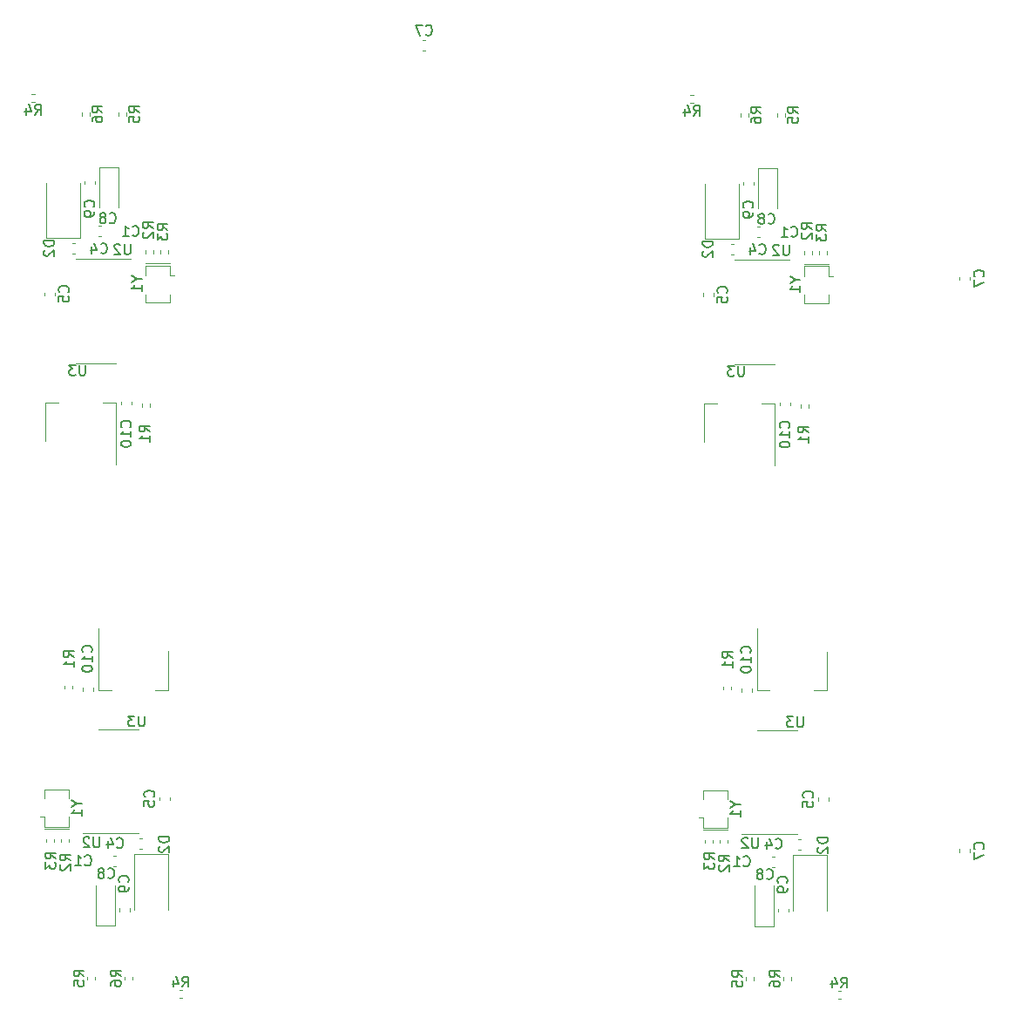
<source format=gbr>
%TF.GenerationSoftware,KiCad,Pcbnew,(6.0.1)*%
%TF.CreationDate,2022-04-04T10:53:51-04:00*%
%TF.ProjectId,arduino_usb_c,61726475-696e-46f5-9f75-73625f632e6b,rev?*%
%TF.SameCoordinates,Original*%
%TF.FileFunction,Legend,Bot*%
%TF.FilePolarity,Positive*%
%FSLAX46Y46*%
G04 Gerber Fmt 4.6, Leading zero omitted, Abs format (unit mm)*
G04 Created by KiCad (PCBNEW (6.0.1)) date 2022-04-04 10:53:51*
%MOMM*%
%LPD*%
G01*
G04 APERTURE LIST*
%ADD10C,0.150000*%
%ADD11C,0.120000*%
G04 APERTURE END LIST*
D10*
%TO.C,C5*%
X107001092Y-82735333D02*
X107048711Y-82687714D01*
X107096330Y-82544857D01*
X107096330Y-82449619D01*
X107048711Y-82306761D01*
X106953473Y-82211523D01*
X106858235Y-82163904D01*
X106667759Y-82116285D01*
X106524902Y-82116285D01*
X106334426Y-82163904D01*
X106239188Y-82211523D01*
X106143950Y-82306761D01*
X106096330Y-82449619D01*
X106096330Y-82544857D01*
X106143950Y-82687714D01*
X106191569Y-82735333D01*
X106096330Y-83640095D02*
X106096330Y-83163904D01*
X106572521Y-83116285D01*
X106524902Y-83163904D01*
X106477283Y-83259142D01*
X106477283Y-83497238D01*
X106524902Y-83592476D01*
X106572521Y-83640095D01*
X106667759Y-83687714D01*
X106905854Y-83687714D01*
X107001092Y-83640095D01*
X107048711Y-83592476D01*
X107096330Y-83497238D01*
X107096330Y-83259142D01*
X107048711Y-83163904D01*
X107001092Y-83116285D01*
%TO.C,D2*%
X116835180Y-135634504D02*
X115835180Y-135634504D01*
X115835180Y-135872600D01*
X115882800Y-136015457D01*
X115978038Y-136110695D01*
X116073276Y-136158314D01*
X116263752Y-136205933D01*
X116406609Y-136205933D01*
X116597085Y-136158314D01*
X116692323Y-136110695D01*
X116787561Y-136015457D01*
X116835180Y-135872600D01*
X116835180Y-135634504D01*
X115930419Y-136586885D02*
X115882800Y-136634504D01*
X115835180Y-136729742D01*
X115835180Y-136967838D01*
X115882800Y-137063076D01*
X115930419Y-137110695D01*
X116025657Y-137158314D01*
X116120895Y-137158314D01*
X116263752Y-137110695D01*
X116835180Y-136539266D01*
X116835180Y-137158314D01*
%TO.C,C4*%
X111748866Y-136653542D02*
X111796485Y-136701161D01*
X111939342Y-136748780D01*
X112034580Y-136748780D01*
X112177438Y-136701161D01*
X112272676Y-136605923D01*
X112320295Y-136510685D01*
X112367914Y-136320209D01*
X112367914Y-136177352D01*
X112320295Y-135986876D01*
X112272676Y-135891638D01*
X112177438Y-135796400D01*
X112034580Y-135748780D01*
X111939342Y-135748780D01*
X111796485Y-135796400D01*
X111748866Y-135844019D01*
X110891723Y-136082114D02*
X110891723Y-136748780D01*
X111129819Y-135701161D02*
X111367914Y-136415447D01*
X110748866Y-136415447D01*
%TO.C,C1*%
X172653316Y-138429069D02*
X172700935Y-138476688D01*
X172843792Y-138524307D01*
X172939030Y-138524307D01*
X173081888Y-138476688D01*
X173177126Y-138381450D01*
X173224745Y-138286212D01*
X173272364Y-138095736D01*
X173272364Y-137952879D01*
X173224745Y-137762403D01*
X173177126Y-137667165D01*
X173081888Y-137571927D01*
X172939030Y-137524307D01*
X172843792Y-137524307D01*
X172700935Y-137571927D01*
X172653316Y-137619546D01*
X171700935Y-138524307D02*
X172272364Y-138524307D01*
X171986650Y-138524307D02*
X171986650Y-137524307D01*
X172081888Y-137667165D01*
X172177126Y-137762403D01*
X172272364Y-137810022D01*
%TO.C,R2*%
X179270780Y-76611460D02*
X178794590Y-76278127D01*
X179270780Y-76040031D02*
X178270780Y-76040031D01*
X178270780Y-76420984D01*
X178318400Y-76516222D01*
X178366019Y-76563841D01*
X178461257Y-76611460D01*
X178604114Y-76611460D01*
X178699352Y-76563841D01*
X178746971Y-76516222D01*
X178794590Y-76420984D01*
X178794590Y-76040031D01*
X178366019Y-76992412D02*
X178318400Y-77040031D01*
X178270780Y-77135269D01*
X178270780Y-77373365D01*
X178318400Y-77468603D01*
X178366019Y-77516222D01*
X178461257Y-77563841D01*
X178556495Y-77563841D01*
X178699352Y-77516222D01*
X179270780Y-76944793D01*
X179270780Y-77563841D01*
%TO.C,R4*%
X182125616Y-150308307D02*
X182458950Y-149832117D01*
X182697045Y-150308307D02*
X182697045Y-149308307D01*
X182316092Y-149308307D01*
X182220854Y-149355927D01*
X182173235Y-149403546D01*
X182125616Y-149498784D01*
X182125616Y-149641641D01*
X182173235Y-149736879D01*
X182220854Y-149784498D01*
X182316092Y-149832117D01*
X182697045Y-149832117D01*
X181268473Y-149641641D02*
X181268473Y-150308307D01*
X181506569Y-149260688D02*
X181744664Y-149974974D01*
X181125616Y-149974974D01*
%TO.C,U3*%
X172696904Y-89895707D02*
X172696904Y-90705231D01*
X172649285Y-90800469D01*
X172601666Y-90848088D01*
X172506428Y-90895707D01*
X172315952Y-90895707D01*
X172220714Y-90848088D01*
X172173095Y-90800469D01*
X172125476Y-90705231D01*
X172125476Y-89895707D01*
X171744523Y-89895707D02*
X171125476Y-89895707D01*
X171458809Y-90276660D01*
X171315952Y-90276660D01*
X171220714Y-90324279D01*
X171173095Y-90371898D01*
X171125476Y-90467136D01*
X171125476Y-90705231D01*
X171173095Y-90800469D01*
X171220714Y-90848088D01*
X171315952Y-90895707D01*
X171601666Y-90895707D01*
X171696904Y-90848088D01*
X171744523Y-90800469D01*
%TO.C,R2*%
X171237230Y-138032260D02*
X170761040Y-137698927D01*
X171237230Y-137460831D02*
X170237230Y-137460831D01*
X170237230Y-137841784D01*
X170284850Y-137937022D01*
X170332469Y-137984641D01*
X170427707Y-138032260D01*
X170570564Y-138032260D01*
X170665802Y-137984641D01*
X170713421Y-137937022D01*
X170761040Y-137841784D01*
X170761040Y-137460831D01*
X170332469Y-138413212D02*
X170284850Y-138460831D01*
X170237230Y-138556069D01*
X170237230Y-138794165D01*
X170284850Y-138889403D01*
X170332469Y-138937022D01*
X170427707Y-138984641D01*
X170522945Y-138984641D01*
X170665802Y-138937022D01*
X171237230Y-138365593D01*
X171237230Y-138984641D01*
%TO.C,C8*%
X174888516Y-139673669D02*
X174936135Y-139721288D01*
X175078992Y-139768907D01*
X175174230Y-139768907D01*
X175317088Y-139721288D01*
X175412326Y-139626050D01*
X175459945Y-139530812D01*
X175507564Y-139340336D01*
X175507564Y-139197479D01*
X175459945Y-139007003D01*
X175412326Y-138911765D01*
X175317088Y-138816527D01*
X175174230Y-138768907D01*
X175078992Y-138768907D01*
X174936135Y-138816527D01*
X174888516Y-138864146D01*
X174317088Y-139197479D02*
X174412326Y-139149860D01*
X174459945Y-139102241D01*
X174507564Y-139007003D01*
X174507564Y-138959384D01*
X174459945Y-138864146D01*
X174412326Y-138816527D01*
X174317088Y-138768907D01*
X174126611Y-138768907D01*
X174031373Y-138816527D01*
X173983754Y-138864146D01*
X173936135Y-138959384D01*
X173936135Y-139007003D01*
X173983754Y-139102241D01*
X174031373Y-139149860D01*
X174126611Y-139197479D01*
X174317088Y-139197479D01*
X174412326Y-139245098D01*
X174459945Y-139292717D01*
X174507564Y-139387955D01*
X174507564Y-139578431D01*
X174459945Y-139673669D01*
X174412326Y-139721288D01*
X174317088Y-139768907D01*
X174126611Y-139768907D01*
X174031373Y-139721288D01*
X173983754Y-139673669D01*
X173936135Y-139578431D01*
X173936135Y-139387955D01*
X173983754Y-139292717D01*
X174031373Y-139245098D01*
X174126611Y-139197479D01*
%TO.C,R6*%
X110341530Y-65285533D02*
X109865340Y-64952200D01*
X110341530Y-64714104D02*
X109341530Y-64714104D01*
X109341530Y-65095057D01*
X109389150Y-65190295D01*
X109436769Y-65237914D01*
X109532007Y-65285533D01*
X109674864Y-65285533D01*
X109770102Y-65237914D01*
X109817721Y-65190295D01*
X109865340Y-65095057D01*
X109865340Y-64714104D01*
X109341530Y-66142676D02*
X109341530Y-65952200D01*
X109389150Y-65856961D01*
X109436769Y-65809342D01*
X109579626Y-65714104D01*
X109770102Y-65666485D01*
X110151054Y-65666485D01*
X110246292Y-65714104D01*
X110293911Y-65761723D01*
X110341530Y-65856961D01*
X110341530Y-66047438D01*
X110293911Y-66142676D01*
X110246292Y-66190295D01*
X110151054Y-66237914D01*
X109912959Y-66237914D01*
X109817721Y-66190295D01*
X109770102Y-66142676D01*
X109722483Y-66047438D01*
X109722483Y-65856961D01*
X109770102Y-65761723D01*
X109817721Y-65714104D01*
X109912959Y-65666485D01*
%TO.C,R3*%
X169814830Y-137854460D02*
X169338640Y-137521127D01*
X169814830Y-137283031D02*
X168814830Y-137283031D01*
X168814830Y-137663984D01*
X168862450Y-137759222D01*
X168910069Y-137806841D01*
X169005307Y-137854460D01*
X169148164Y-137854460D01*
X169243402Y-137806841D01*
X169291021Y-137759222D01*
X169338640Y-137663984D01*
X169338640Y-137283031D01*
X168814830Y-138187793D02*
X168814830Y-138806841D01*
X169195783Y-138473507D01*
X169195783Y-138616365D01*
X169243402Y-138711603D01*
X169291021Y-138759222D01*
X169386259Y-138806841D01*
X169624354Y-138806841D01*
X169719592Y-138759222D01*
X169767211Y-138711603D01*
X169814830Y-138616365D01*
X169814830Y-138330650D01*
X169767211Y-138235412D01*
X169719592Y-138187793D01*
%TO.C,Y1*%
X171868841Y-132491936D02*
X172345031Y-132491936D01*
X171345031Y-132158603D02*
X171868841Y-132491936D01*
X171345031Y-132825269D01*
X172345031Y-133682412D02*
X172345031Y-133110984D01*
X172345031Y-133396698D02*
X171345031Y-133396698D01*
X171487889Y-133301460D01*
X171583127Y-133206222D01*
X171630746Y-133110984D01*
%TO.C,R6*%
X112159980Y-149210733D02*
X111683790Y-148877400D01*
X112159980Y-148639304D02*
X111159980Y-148639304D01*
X111159980Y-149020257D01*
X111207600Y-149115495D01*
X111255219Y-149163114D01*
X111350457Y-149210733D01*
X111493314Y-149210733D01*
X111588552Y-149163114D01*
X111636171Y-149115495D01*
X111683790Y-149020257D01*
X111683790Y-148639304D01*
X111159980Y-150067876D02*
X111159980Y-149877400D01*
X111207600Y-149782161D01*
X111255219Y-149734542D01*
X111398076Y-149639304D01*
X111588552Y-149591685D01*
X111969504Y-149591685D01*
X112064742Y-149639304D01*
X112112361Y-149686923D01*
X112159980Y-149782161D01*
X112159980Y-149972638D01*
X112112361Y-150067876D01*
X112064742Y-150115495D01*
X111969504Y-150163114D01*
X111731409Y-150163114D01*
X111636171Y-150115495D01*
X111588552Y-150067876D01*
X111540933Y-149972638D01*
X111540933Y-149782161D01*
X111588552Y-149686923D01*
X111636171Y-149639304D01*
X111731409Y-149591685D01*
%TO.C,C10*%
X177041942Y-95921869D02*
X177089561Y-95874250D01*
X177137180Y-95731393D01*
X177137180Y-95636155D01*
X177089561Y-95493298D01*
X176994323Y-95398060D01*
X176899085Y-95350441D01*
X176708609Y-95302822D01*
X176565752Y-95302822D01*
X176375276Y-95350441D01*
X176280038Y-95398060D01*
X176184800Y-95493298D01*
X176137180Y-95636155D01*
X176137180Y-95731393D01*
X176184800Y-95874250D01*
X176232419Y-95921869D01*
X177137180Y-96874250D02*
X177137180Y-96302822D01*
X177137180Y-96588536D02*
X176137180Y-96588536D01*
X176280038Y-96493298D01*
X176375276Y-96398060D01*
X176422895Y-96302822D01*
X176137180Y-97493298D02*
X176137180Y-97588536D01*
X176184800Y-97683774D01*
X176232419Y-97731393D01*
X176327657Y-97779012D01*
X176518133Y-97826631D01*
X176756228Y-97826631D01*
X176946704Y-97779012D01*
X177041942Y-97731393D01*
X177089561Y-97683774D01*
X177137180Y-97588536D01*
X177137180Y-97493298D01*
X177089561Y-97398060D01*
X177041942Y-97350441D01*
X176946704Y-97302822D01*
X176756228Y-97255203D01*
X176518133Y-97255203D01*
X176327657Y-97302822D01*
X176232419Y-97350441D01*
X176184800Y-97398060D01*
X176137180Y-97493298D01*
%TO.C,C9*%
X109482692Y-74454933D02*
X109530311Y-74407314D01*
X109577930Y-74264457D01*
X109577930Y-74169219D01*
X109530311Y-74026361D01*
X109435073Y-73931123D01*
X109339835Y-73883504D01*
X109149359Y-73835885D01*
X109006502Y-73835885D01*
X108816026Y-73883504D01*
X108720788Y-73931123D01*
X108625550Y-74026361D01*
X108577930Y-74169219D01*
X108577930Y-74264457D01*
X108625550Y-74407314D01*
X108673169Y-74454933D01*
X109577930Y-74931123D02*
X109577930Y-75121600D01*
X109530311Y-75216838D01*
X109482692Y-75264457D01*
X109339835Y-75359695D01*
X109149359Y-75407314D01*
X108768407Y-75407314D01*
X108673169Y-75359695D01*
X108625550Y-75312076D01*
X108577930Y-75216838D01*
X108577930Y-75026361D01*
X108625550Y-74931123D01*
X108673169Y-74883504D01*
X108768407Y-74835885D01*
X109006502Y-74835885D01*
X109101740Y-74883504D01*
X109149359Y-74931123D01*
X109196978Y-75026361D01*
X109196978Y-75216838D01*
X109149359Y-75312076D01*
X109101740Y-75359695D01*
X109006502Y-75407314D01*
%TO.C,R5*%
X113948330Y-65285533D02*
X113472140Y-64952200D01*
X113948330Y-64714104D02*
X112948330Y-64714104D01*
X112948330Y-65095057D01*
X112995950Y-65190295D01*
X113043569Y-65237914D01*
X113138807Y-65285533D01*
X113281664Y-65285533D01*
X113376902Y-65237914D01*
X113424521Y-65190295D01*
X113472140Y-65095057D01*
X113472140Y-64714104D01*
X112948330Y-66190295D02*
X112948330Y-65714104D01*
X113424521Y-65666485D01*
X113376902Y-65714104D01*
X113329283Y-65809342D01*
X113329283Y-66047438D01*
X113376902Y-66142676D01*
X113424521Y-66190295D01*
X113519759Y-66237914D01*
X113757854Y-66237914D01*
X113853092Y-66190295D01*
X113900711Y-66142676D01*
X113948330Y-66047438D01*
X113948330Y-65809342D01*
X113900711Y-65714104D01*
X113853092Y-65666485D01*
%TO.C,C4*%
X110181216Y-78890342D02*
X110228835Y-78937961D01*
X110371692Y-78985580D01*
X110466930Y-78985580D01*
X110609788Y-78937961D01*
X110705026Y-78842723D01*
X110752645Y-78747485D01*
X110800264Y-78557009D01*
X110800264Y-78414152D01*
X110752645Y-78223676D01*
X110705026Y-78128438D01*
X110609788Y-78033200D01*
X110466930Y-77985580D01*
X110371692Y-77985580D01*
X110228835Y-78033200D01*
X110181216Y-78080819D01*
X109324073Y-78318914D02*
X109324073Y-78985580D01*
X109562169Y-77937961D02*
X109800264Y-78652247D01*
X109181216Y-78652247D01*
%TO.C,R2*%
X107233980Y-137958533D02*
X106757790Y-137625200D01*
X107233980Y-137387104D02*
X106233980Y-137387104D01*
X106233980Y-137768057D01*
X106281600Y-137863295D01*
X106329219Y-137910914D01*
X106424457Y-137958533D01*
X106567314Y-137958533D01*
X106662552Y-137910914D01*
X106710171Y-137863295D01*
X106757790Y-137768057D01*
X106757790Y-137387104D01*
X106329219Y-138339485D02*
X106281600Y-138387104D01*
X106233980Y-138482342D01*
X106233980Y-138720438D01*
X106281600Y-138815676D01*
X106329219Y-138863295D01*
X106424457Y-138910914D01*
X106519695Y-138910914D01*
X106662552Y-138863295D01*
X107233980Y-138291866D01*
X107233980Y-138910914D01*
%TO.C,D2*%
X105666330Y-77718904D02*
X104666330Y-77718904D01*
X104666330Y-77957000D01*
X104713950Y-78099857D01*
X104809188Y-78195095D01*
X104904426Y-78242714D01*
X105094902Y-78290333D01*
X105237759Y-78290333D01*
X105428235Y-78242714D01*
X105523473Y-78195095D01*
X105618711Y-78099857D01*
X105666330Y-77957000D01*
X105666330Y-77718904D01*
X104761569Y-78671285D02*
X104713950Y-78718904D01*
X104666330Y-78814142D01*
X104666330Y-79052238D01*
X104713950Y-79147476D01*
X104761569Y-79195095D01*
X104856807Y-79242714D01*
X104952045Y-79242714D01*
X105094902Y-79195095D01*
X105666330Y-78623666D01*
X105666330Y-79242714D01*
%TO.C,R4*%
X167810966Y-65573507D02*
X168144300Y-65097317D01*
X168382395Y-65573507D02*
X168382395Y-64573507D01*
X168001442Y-64573507D01*
X167906204Y-64621127D01*
X167858585Y-64668746D01*
X167810966Y-64763984D01*
X167810966Y-64906841D01*
X167858585Y-65002079D01*
X167906204Y-65049698D01*
X168001442Y-65097317D01*
X168382395Y-65097317D01*
X166953823Y-64906841D02*
X166953823Y-65573507D01*
X167191919Y-64525888D02*
X167430014Y-65240174D01*
X166810966Y-65240174D01*
%TO.C,R3*%
X116689930Y-76715533D02*
X116213740Y-76382200D01*
X116689930Y-76144104D02*
X115689930Y-76144104D01*
X115689930Y-76525057D01*
X115737550Y-76620295D01*
X115785169Y-76667914D01*
X115880407Y-76715533D01*
X116023264Y-76715533D01*
X116118502Y-76667914D01*
X116166121Y-76620295D01*
X116213740Y-76525057D01*
X116213740Y-76144104D01*
X115689930Y-77048866D02*
X115689930Y-77667914D01*
X116070883Y-77334580D01*
X116070883Y-77477438D01*
X116118502Y-77572676D01*
X116166121Y-77620295D01*
X116261359Y-77667914D01*
X116499454Y-77667914D01*
X116594692Y-77620295D01*
X116642311Y-77572676D01*
X116689930Y-77477438D01*
X116689930Y-77191723D01*
X116642311Y-77096485D01*
X116594692Y-77048866D01*
%TO.C,R6*%
X174344780Y-65359260D02*
X173868590Y-65025927D01*
X174344780Y-64787831D02*
X173344780Y-64787831D01*
X173344780Y-65168784D01*
X173392400Y-65264022D01*
X173440019Y-65311641D01*
X173535257Y-65359260D01*
X173678114Y-65359260D01*
X173773352Y-65311641D01*
X173820971Y-65264022D01*
X173868590Y-65168784D01*
X173868590Y-64787831D01*
X173344780Y-66216403D02*
X173344780Y-66025927D01*
X173392400Y-65930688D01*
X173440019Y-65883069D01*
X173582876Y-65787831D01*
X173773352Y-65740212D01*
X174154304Y-65740212D01*
X174249542Y-65787831D01*
X174297161Y-65835450D01*
X174344780Y-65930688D01*
X174344780Y-66121165D01*
X174297161Y-66216403D01*
X174249542Y-66264022D01*
X174154304Y-66311641D01*
X173916209Y-66311641D01*
X173820971Y-66264022D01*
X173773352Y-66216403D01*
X173725733Y-66121165D01*
X173725733Y-65930688D01*
X173773352Y-65835450D01*
X173820971Y-65787831D01*
X173916209Y-65740212D01*
%TO.C,C9*%
X112828342Y-140041333D02*
X112875961Y-139993714D01*
X112923580Y-139850857D01*
X112923580Y-139755619D01*
X112875961Y-139612761D01*
X112780723Y-139517523D01*
X112685485Y-139469904D01*
X112495009Y-139422285D01*
X112352152Y-139422285D01*
X112161676Y-139469904D01*
X112066438Y-139517523D01*
X111971200Y-139612761D01*
X111923580Y-139755619D01*
X111923580Y-139850857D01*
X111971200Y-139993714D01*
X112018819Y-140041333D01*
X112923580Y-140517523D02*
X112923580Y-140708000D01*
X112875961Y-140803238D01*
X112828342Y-140850857D01*
X112685485Y-140946095D01*
X112495009Y-140993714D01*
X112114057Y-140993714D01*
X112018819Y-140946095D01*
X111971200Y-140898476D01*
X111923580Y-140803238D01*
X111923580Y-140612761D01*
X111971200Y-140517523D01*
X112018819Y-140469904D01*
X112114057Y-140422285D01*
X112352152Y-140422285D01*
X112447390Y-140469904D01*
X112495009Y-140517523D01*
X112542628Y-140612761D01*
X112542628Y-140803238D01*
X112495009Y-140898476D01*
X112447390Y-140946095D01*
X112352152Y-140993714D01*
%TO.C,R3*%
X180693180Y-76789260D02*
X180216990Y-76455927D01*
X180693180Y-76217831D02*
X179693180Y-76217831D01*
X179693180Y-76598784D01*
X179740800Y-76694022D01*
X179788419Y-76741641D01*
X179883657Y-76789260D01*
X180026514Y-76789260D01*
X180121752Y-76741641D01*
X180169371Y-76694022D01*
X180216990Y-76598784D01*
X180216990Y-76217831D01*
X179693180Y-77122593D02*
X179693180Y-77741641D01*
X180074133Y-77408307D01*
X180074133Y-77551165D01*
X180121752Y-77646403D01*
X180169371Y-77694022D01*
X180264609Y-77741641D01*
X180502704Y-77741641D01*
X180597942Y-77694022D01*
X180645561Y-77646403D01*
X180693180Y-77551165D01*
X180693180Y-77265450D01*
X180645561Y-77170212D01*
X180597942Y-77122593D01*
%TO.C,C8*%
X110885266Y-139599942D02*
X110932885Y-139647561D01*
X111075742Y-139695180D01*
X111170980Y-139695180D01*
X111313838Y-139647561D01*
X111409076Y-139552323D01*
X111456695Y-139457085D01*
X111504314Y-139266609D01*
X111504314Y-139123752D01*
X111456695Y-138933276D01*
X111409076Y-138838038D01*
X111313838Y-138742800D01*
X111170980Y-138695180D01*
X111075742Y-138695180D01*
X110932885Y-138742800D01*
X110885266Y-138790419D01*
X110313838Y-139123752D02*
X110409076Y-139076133D01*
X110456695Y-139028514D01*
X110504314Y-138933276D01*
X110504314Y-138885657D01*
X110456695Y-138790419D01*
X110409076Y-138742800D01*
X110313838Y-138695180D01*
X110123361Y-138695180D01*
X110028123Y-138742800D01*
X109980504Y-138790419D01*
X109932885Y-138885657D01*
X109932885Y-138933276D01*
X109980504Y-139028514D01*
X110028123Y-139076133D01*
X110123361Y-139123752D01*
X110313838Y-139123752D01*
X110409076Y-139171371D01*
X110456695Y-139218990D01*
X110504314Y-139314228D01*
X110504314Y-139504704D01*
X110456695Y-139599942D01*
X110409076Y-139647561D01*
X110313838Y-139695180D01*
X110123361Y-139695180D01*
X110028123Y-139647561D01*
X109980504Y-139599942D01*
X109932885Y-139504704D01*
X109932885Y-139314228D01*
X109980504Y-139218990D01*
X110028123Y-139171371D01*
X110123361Y-139123752D01*
%TO.C,U2*%
X113062454Y-78061780D02*
X113062454Y-78871304D01*
X113014835Y-78966542D01*
X112967216Y-79014161D01*
X112871978Y-79061780D01*
X112681502Y-79061780D01*
X112586264Y-79014161D01*
X112538645Y-78966542D01*
X112491026Y-78871304D01*
X112491026Y-78061780D01*
X112062454Y-78157019D02*
X112014835Y-78109400D01*
X111919597Y-78061780D01*
X111681502Y-78061780D01*
X111586264Y-78109400D01*
X111538645Y-78157019D01*
X111491026Y-78252257D01*
X111491026Y-78347495D01*
X111538645Y-78490352D01*
X112110073Y-79061780D01*
X111491026Y-79061780D01*
%TO.C,C8*%
X111044816Y-75943942D02*
X111092435Y-75991561D01*
X111235292Y-76039180D01*
X111330530Y-76039180D01*
X111473388Y-75991561D01*
X111568626Y-75896323D01*
X111616245Y-75801085D01*
X111663864Y-75610609D01*
X111663864Y-75467752D01*
X111616245Y-75277276D01*
X111568626Y-75182038D01*
X111473388Y-75086800D01*
X111330530Y-75039180D01*
X111235292Y-75039180D01*
X111092435Y-75086800D01*
X111044816Y-75134419D01*
X110473388Y-75467752D02*
X110568626Y-75420133D01*
X110616245Y-75372514D01*
X110663864Y-75277276D01*
X110663864Y-75229657D01*
X110616245Y-75134419D01*
X110568626Y-75086800D01*
X110473388Y-75039180D01*
X110282911Y-75039180D01*
X110187673Y-75086800D01*
X110140054Y-75134419D01*
X110092435Y-75229657D01*
X110092435Y-75277276D01*
X110140054Y-75372514D01*
X110187673Y-75420133D01*
X110282911Y-75467752D01*
X110473388Y-75467752D01*
X110568626Y-75515371D01*
X110616245Y-75562990D01*
X110663864Y-75658228D01*
X110663864Y-75848704D01*
X110616245Y-75943942D01*
X110568626Y-75991561D01*
X110473388Y-76039180D01*
X110282911Y-76039180D01*
X110187673Y-75991561D01*
X110140054Y-75943942D01*
X110092435Y-75848704D01*
X110092435Y-75658228D01*
X110140054Y-75562990D01*
X110187673Y-75515371D01*
X110282911Y-75467752D01*
%TO.C,C10*%
X173275592Y-117769469D02*
X173323211Y-117721850D01*
X173370830Y-117578993D01*
X173370830Y-117483755D01*
X173323211Y-117340898D01*
X173227973Y-117245660D01*
X173132735Y-117198041D01*
X172942259Y-117150422D01*
X172799402Y-117150422D01*
X172608926Y-117198041D01*
X172513688Y-117245660D01*
X172418450Y-117340898D01*
X172370830Y-117483755D01*
X172370830Y-117578993D01*
X172418450Y-117721850D01*
X172466069Y-117769469D01*
X173370830Y-118721850D02*
X173370830Y-118150422D01*
X173370830Y-118436136D02*
X172370830Y-118436136D01*
X172513688Y-118340898D01*
X172608926Y-118245660D01*
X172656545Y-118150422D01*
X172370830Y-119340898D02*
X172370830Y-119436136D01*
X172418450Y-119531374D01*
X172466069Y-119578993D01*
X172561307Y-119626612D01*
X172751783Y-119674231D01*
X172989878Y-119674231D01*
X173180354Y-119626612D01*
X173275592Y-119578993D01*
X173323211Y-119531374D01*
X173370830Y-119436136D01*
X173370830Y-119340898D01*
X173323211Y-119245660D01*
X173275592Y-119198041D01*
X173180354Y-119150422D01*
X172989878Y-119102803D01*
X172751783Y-119102803D01*
X172561307Y-119150422D01*
X172466069Y-119198041D01*
X172418450Y-119245660D01*
X172370830Y-119340898D01*
%TO.C,R5*%
X177951580Y-65359260D02*
X177475390Y-65025927D01*
X177951580Y-64787831D02*
X176951580Y-64787831D01*
X176951580Y-65168784D01*
X176999200Y-65264022D01*
X177046819Y-65311641D01*
X177142057Y-65359260D01*
X177284914Y-65359260D01*
X177380152Y-65311641D01*
X177427771Y-65264022D01*
X177475390Y-65168784D01*
X177475390Y-64787831D01*
X176951580Y-66264022D02*
X176951580Y-65787831D01*
X177427771Y-65740212D01*
X177380152Y-65787831D01*
X177332533Y-65883069D01*
X177332533Y-66121165D01*
X177380152Y-66216403D01*
X177427771Y-66264022D01*
X177523009Y-66311641D01*
X177761104Y-66311641D01*
X177856342Y-66264022D01*
X177903961Y-66216403D01*
X177951580Y-66121165D01*
X177951580Y-65883069D01*
X177903961Y-65787831D01*
X177856342Y-65740212D01*
%TO.C,Y1*%
X113683539Y-81459009D02*
X114159729Y-81459009D01*
X113159729Y-81125676D02*
X113683539Y-81459009D01*
X113159729Y-81792342D01*
X114159729Y-82649485D02*
X114159729Y-82078057D01*
X114159729Y-82363771D02*
X113159729Y-82363771D01*
X113302587Y-82268533D01*
X113397825Y-82173295D01*
X113445444Y-82078057D01*
%TO.C,C8*%
X175048066Y-76017669D02*
X175095685Y-76065288D01*
X175238542Y-76112907D01*
X175333780Y-76112907D01*
X175476638Y-76065288D01*
X175571876Y-75970050D01*
X175619495Y-75874812D01*
X175667114Y-75684336D01*
X175667114Y-75541479D01*
X175619495Y-75351003D01*
X175571876Y-75255765D01*
X175476638Y-75160527D01*
X175333780Y-75112907D01*
X175238542Y-75112907D01*
X175095685Y-75160527D01*
X175048066Y-75208146D01*
X174476638Y-75541479D02*
X174571876Y-75493860D01*
X174619495Y-75446241D01*
X174667114Y-75351003D01*
X174667114Y-75303384D01*
X174619495Y-75208146D01*
X174571876Y-75160527D01*
X174476638Y-75112907D01*
X174286161Y-75112907D01*
X174190923Y-75160527D01*
X174143304Y-75208146D01*
X174095685Y-75303384D01*
X174095685Y-75351003D01*
X174143304Y-75446241D01*
X174190923Y-75493860D01*
X174286161Y-75541479D01*
X174476638Y-75541479D01*
X174571876Y-75589098D01*
X174619495Y-75636717D01*
X174667114Y-75731955D01*
X174667114Y-75922431D01*
X174619495Y-76017669D01*
X174571876Y-76065288D01*
X174476638Y-76112907D01*
X174286161Y-76112907D01*
X174190923Y-76065288D01*
X174143304Y-76017669D01*
X174095685Y-75922431D01*
X174095685Y-75731955D01*
X174143304Y-75636717D01*
X174190923Y-75589098D01*
X174286161Y-75541479D01*
%TO.C,D2*%
X169669580Y-77792631D02*
X168669580Y-77792631D01*
X168669580Y-78030727D01*
X168717200Y-78173584D01*
X168812438Y-78268822D01*
X168907676Y-78316441D01*
X169098152Y-78364060D01*
X169241009Y-78364060D01*
X169431485Y-78316441D01*
X169526723Y-78268822D01*
X169621961Y-78173584D01*
X169669580Y-78030727D01*
X169669580Y-77792631D01*
X168764819Y-78745012D02*
X168717200Y-78792631D01*
X168669580Y-78887869D01*
X168669580Y-79125965D01*
X168717200Y-79221203D01*
X168764819Y-79268822D01*
X168860057Y-79316441D01*
X168955295Y-79316441D01*
X169098152Y-79268822D01*
X169669580Y-78697393D01*
X169669580Y-79316441D01*
%TO.C,C5*%
X179313192Y-131834660D02*
X179360811Y-131787041D01*
X179408430Y-131644184D01*
X179408430Y-131548946D01*
X179360811Y-131406088D01*
X179265573Y-131310850D01*
X179170335Y-131263231D01*
X178979859Y-131215612D01*
X178837002Y-131215612D01*
X178646526Y-131263231D01*
X178551288Y-131310850D01*
X178456050Y-131406088D01*
X178408430Y-131548946D01*
X178408430Y-131644184D01*
X178456050Y-131787041D01*
X178503669Y-131834660D01*
X178408430Y-132739422D02*
X178408430Y-132263231D01*
X178884621Y-132215612D01*
X178837002Y-132263231D01*
X178789383Y-132358469D01*
X178789383Y-132596565D01*
X178837002Y-132691803D01*
X178884621Y-132739422D01*
X178979859Y-132787041D01*
X179217954Y-132787041D01*
X179313192Y-132739422D01*
X179360811Y-132691803D01*
X179408430Y-132596565D01*
X179408430Y-132358469D01*
X179360811Y-132263231D01*
X179313192Y-132215612D01*
%TO.C,R1*%
X107564180Y-118197333D02*
X107087990Y-117864000D01*
X107564180Y-117625904D02*
X106564180Y-117625904D01*
X106564180Y-118006857D01*
X106611800Y-118102095D01*
X106659419Y-118149714D01*
X106754657Y-118197333D01*
X106897514Y-118197333D01*
X106992752Y-118149714D01*
X107040371Y-118102095D01*
X107087990Y-118006857D01*
X107087990Y-117625904D01*
X107564180Y-119149714D02*
X107564180Y-118578285D01*
X107564180Y-118864000D02*
X106564180Y-118864000D01*
X106707038Y-118768761D01*
X106802276Y-118673523D01*
X106849895Y-118578285D01*
%TO.C,C5*%
X171004342Y-82809060D02*
X171051961Y-82761441D01*
X171099580Y-82618584D01*
X171099580Y-82523346D01*
X171051961Y-82380488D01*
X170956723Y-82285250D01*
X170861485Y-82237631D01*
X170671009Y-82190012D01*
X170528152Y-82190012D01*
X170337676Y-82237631D01*
X170242438Y-82285250D01*
X170147200Y-82380488D01*
X170099580Y-82523346D01*
X170099580Y-82618584D01*
X170147200Y-82761441D01*
X170194819Y-82809060D01*
X170099580Y-83713822D02*
X170099580Y-83237631D01*
X170575771Y-83190012D01*
X170528152Y-83237631D01*
X170480533Y-83332869D01*
X170480533Y-83570965D01*
X170528152Y-83666203D01*
X170575771Y-83713822D01*
X170671009Y-83761441D01*
X170909104Y-83761441D01*
X171004342Y-83713822D01*
X171051961Y-83666203D01*
X171099580Y-83570965D01*
X171099580Y-83332869D01*
X171051961Y-83237631D01*
X171004342Y-83190012D01*
%TO.C,R1*%
X171567430Y-118271060D02*
X171091240Y-117937727D01*
X171567430Y-117699631D02*
X170567430Y-117699631D01*
X170567430Y-118080584D01*
X170615050Y-118175822D01*
X170662669Y-118223441D01*
X170757907Y-118271060D01*
X170900764Y-118271060D01*
X170996002Y-118223441D01*
X171043621Y-118175822D01*
X171091240Y-118080584D01*
X171091240Y-117699631D01*
X171567430Y-119223441D02*
X171567430Y-118652012D01*
X171567430Y-118937727D02*
X170567430Y-118937727D01*
X170710288Y-118842488D01*
X170805526Y-118747250D01*
X170853145Y-118652012D01*
%TO.C,Y1*%
X107865591Y-132418209D02*
X108341781Y-132418209D01*
X107341781Y-132084876D02*
X107865591Y-132418209D01*
X107341781Y-132751542D01*
X108341781Y-133608685D02*
X108341781Y-133037257D01*
X108341781Y-133322971D02*
X107341781Y-133322971D01*
X107484639Y-133227733D01*
X107579877Y-133132495D01*
X107627496Y-133037257D01*
%TO.C,C4*%
X174184466Y-78964069D02*
X174232085Y-79011688D01*
X174374942Y-79059307D01*
X174470180Y-79059307D01*
X174613038Y-79011688D01*
X174708276Y-78916450D01*
X174755895Y-78821212D01*
X174803514Y-78630736D01*
X174803514Y-78487879D01*
X174755895Y-78297403D01*
X174708276Y-78202165D01*
X174613038Y-78106927D01*
X174470180Y-78059307D01*
X174374942Y-78059307D01*
X174232085Y-78106927D01*
X174184466Y-78154546D01*
X173327323Y-78392641D02*
X173327323Y-79059307D01*
X173565419Y-78011688D02*
X173803514Y-78725974D01*
X173184466Y-78725974D01*
%TO.C,R6*%
X176163230Y-149284460D02*
X175687040Y-148951127D01*
X176163230Y-148713031D02*
X175163230Y-148713031D01*
X175163230Y-149093984D01*
X175210850Y-149189222D01*
X175258469Y-149236841D01*
X175353707Y-149284460D01*
X175496564Y-149284460D01*
X175591802Y-149236841D01*
X175639421Y-149189222D01*
X175687040Y-149093984D01*
X175687040Y-148713031D01*
X175163230Y-150141603D02*
X175163230Y-149951127D01*
X175210850Y-149855888D01*
X175258469Y-149808269D01*
X175401326Y-149713031D01*
X175591802Y-149665412D01*
X175972754Y-149665412D01*
X176067992Y-149713031D01*
X176115611Y-149760650D01*
X176163230Y-149855888D01*
X176163230Y-150046365D01*
X176115611Y-150141603D01*
X176067992Y-150189222D01*
X175972754Y-150236841D01*
X175734659Y-150236841D01*
X175639421Y-150189222D01*
X175591802Y-150141603D01*
X175544183Y-150046365D01*
X175544183Y-149855888D01*
X175591802Y-149760650D01*
X175639421Y-149713031D01*
X175734659Y-149665412D01*
%TO.C,C1*%
X113280016Y-77188542D02*
X113327635Y-77236161D01*
X113470492Y-77283780D01*
X113565730Y-77283780D01*
X113708588Y-77236161D01*
X113803826Y-77140923D01*
X113851445Y-77045685D01*
X113899064Y-76855209D01*
X113899064Y-76712352D01*
X113851445Y-76521876D01*
X113803826Y-76426638D01*
X113708588Y-76331400D01*
X113565730Y-76283780D01*
X113470492Y-76283780D01*
X113327635Y-76331400D01*
X113280016Y-76379019D01*
X112327635Y-77283780D02*
X112899064Y-77283780D01*
X112613350Y-77283780D02*
X112613350Y-76283780D01*
X112708588Y-76426638D01*
X112803826Y-76521876D01*
X112899064Y-76569495D01*
%TO.C,U3*%
X178430154Y-123986107D02*
X178430154Y-124795631D01*
X178382535Y-124890869D01*
X178334916Y-124938488D01*
X178239678Y-124986107D01*
X178049202Y-124986107D01*
X177953964Y-124938488D01*
X177906345Y-124890869D01*
X177858726Y-124795631D01*
X177858726Y-123986107D01*
X177477773Y-123986107D02*
X176858726Y-123986107D01*
X177192059Y-124367060D01*
X177049202Y-124367060D01*
X176953964Y-124414679D01*
X176906345Y-124462298D01*
X176858726Y-124557536D01*
X176858726Y-124795631D01*
X176906345Y-124890869D01*
X176953964Y-124938488D01*
X177049202Y-124986107D01*
X177334916Y-124986107D01*
X177430154Y-124938488D01*
X177477773Y-124890869D01*
%TO.C,R4*%
X103807716Y-65499780D02*
X104141050Y-65023590D01*
X104379145Y-65499780D02*
X104379145Y-64499780D01*
X103998192Y-64499780D01*
X103902954Y-64547400D01*
X103855335Y-64595019D01*
X103807716Y-64690257D01*
X103807716Y-64833114D01*
X103855335Y-64928352D01*
X103902954Y-64975971D01*
X103998192Y-65023590D01*
X104379145Y-65023590D01*
X102950573Y-64833114D02*
X102950573Y-65499780D01*
X103188669Y-64452161D02*
X103426764Y-65166447D01*
X102807716Y-65166447D01*
%TO.C,C10*%
X109272342Y-117695742D02*
X109319961Y-117648123D01*
X109367580Y-117505266D01*
X109367580Y-117410028D01*
X109319961Y-117267171D01*
X109224723Y-117171933D01*
X109129485Y-117124314D01*
X108939009Y-117076695D01*
X108796152Y-117076695D01*
X108605676Y-117124314D01*
X108510438Y-117171933D01*
X108415200Y-117267171D01*
X108367580Y-117410028D01*
X108367580Y-117505266D01*
X108415200Y-117648123D01*
X108462819Y-117695742D01*
X109367580Y-118648123D02*
X109367580Y-118076695D01*
X109367580Y-118362409D02*
X108367580Y-118362409D01*
X108510438Y-118267171D01*
X108605676Y-118171933D01*
X108653295Y-118076695D01*
X108367580Y-119267171D02*
X108367580Y-119362409D01*
X108415200Y-119457647D01*
X108462819Y-119505266D01*
X108558057Y-119552885D01*
X108748533Y-119600504D01*
X108986628Y-119600504D01*
X109177104Y-119552885D01*
X109272342Y-119505266D01*
X109319961Y-119457647D01*
X109367580Y-119362409D01*
X109367580Y-119267171D01*
X109319961Y-119171933D01*
X109272342Y-119124314D01*
X109177104Y-119076695D01*
X108986628Y-119029076D01*
X108748533Y-119029076D01*
X108558057Y-119076695D01*
X108462819Y-119124314D01*
X108415200Y-119171933D01*
X108367580Y-119267171D01*
%TO.C,D2*%
X180838430Y-135708231D02*
X179838430Y-135708231D01*
X179838430Y-135946327D01*
X179886050Y-136089184D01*
X179981288Y-136184422D01*
X180076526Y-136232041D01*
X180267002Y-136279660D01*
X180409859Y-136279660D01*
X180600335Y-136232041D01*
X180695573Y-136184422D01*
X180790811Y-136089184D01*
X180838430Y-135946327D01*
X180838430Y-135708231D01*
X179933669Y-136660612D02*
X179886050Y-136708231D01*
X179838430Y-136803469D01*
X179838430Y-137041565D01*
X179886050Y-137136803D01*
X179933669Y-137184422D01*
X180028907Y-137232041D01*
X180124145Y-137232041D01*
X180267002Y-137184422D01*
X180838430Y-136612993D01*
X180838430Y-137232041D01*
%TO.C,U3*%
X114426904Y-123912380D02*
X114426904Y-124721904D01*
X114379285Y-124817142D01*
X114331666Y-124864761D01*
X114236428Y-124912380D01*
X114045952Y-124912380D01*
X113950714Y-124864761D01*
X113903095Y-124817142D01*
X113855476Y-124721904D01*
X113855476Y-123912380D01*
X113474523Y-123912380D02*
X112855476Y-123912380D01*
X113188809Y-124293333D01*
X113045952Y-124293333D01*
X112950714Y-124340952D01*
X112903095Y-124388571D01*
X112855476Y-124483809D01*
X112855476Y-124721904D01*
X112903095Y-124817142D01*
X112950714Y-124864761D01*
X113045952Y-124912380D01*
X113331666Y-124912380D01*
X113426904Y-124864761D01*
X113474523Y-124817142D01*
%TO.C,R5*%
X108553180Y-149210733D02*
X108076990Y-148877400D01*
X108553180Y-148639304D02*
X107553180Y-148639304D01*
X107553180Y-149020257D01*
X107600800Y-149115495D01*
X107648419Y-149163114D01*
X107743657Y-149210733D01*
X107886514Y-149210733D01*
X107981752Y-149163114D01*
X108029371Y-149115495D01*
X108076990Y-149020257D01*
X108076990Y-148639304D01*
X107553180Y-150115495D02*
X107553180Y-149639304D01*
X108029371Y-149591685D01*
X107981752Y-149639304D01*
X107934133Y-149734542D01*
X107934133Y-149972638D01*
X107981752Y-150067876D01*
X108029371Y-150115495D01*
X108124609Y-150163114D01*
X108362704Y-150163114D01*
X108457942Y-150115495D01*
X108505561Y-150067876D01*
X108553180Y-149972638D01*
X108553180Y-149734542D01*
X108505561Y-149639304D01*
X108457942Y-149591685D01*
%TO.C,C9*%
X176831592Y-140115060D02*
X176879211Y-140067441D01*
X176926830Y-139924584D01*
X176926830Y-139829346D01*
X176879211Y-139686488D01*
X176783973Y-139591250D01*
X176688735Y-139543631D01*
X176498259Y-139496012D01*
X176355402Y-139496012D01*
X176164926Y-139543631D01*
X176069688Y-139591250D01*
X175974450Y-139686488D01*
X175926830Y-139829346D01*
X175926830Y-139924584D01*
X175974450Y-140067441D01*
X176022069Y-140115060D01*
X176926830Y-140591250D02*
X176926830Y-140781727D01*
X176879211Y-140876965D01*
X176831592Y-140924584D01*
X176688735Y-141019822D01*
X176498259Y-141067441D01*
X176117307Y-141067441D01*
X176022069Y-141019822D01*
X175974450Y-140972203D01*
X175926830Y-140876965D01*
X175926830Y-140686488D01*
X175974450Y-140591250D01*
X176022069Y-140543631D01*
X176117307Y-140496012D01*
X176355402Y-140496012D01*
X176450640Y-140543631D01*
X176498259Y-140591250D01*
X176545878Y-140686488D01*
X176545878Y-140876965D01*
X176498259Y-140972203D01*
X176450640Y-141019822D01*
X176355402Y-141067441D01*
%TO.C,R5*%
X172556430Y-149284460D02*
X172080240Y-148951127D01*
X172556430Y-148713031D02*
X171556430Y-148713031D01*
X171556430Y-149093984D01*
X171604050Y-149189222D01*
X171651669Y-149236841D01*
X171746907Y-149284460D01*
X171889764Y-149284460D01*
X171985002Y-149236841D01*
X172032621Y-149189222D01*
X172080240Y-149093984D01*
X172080240Y-148713031D01*
X171556430Y-150189222D02*
X171556430Y-149713031D01*
X172032621Y-149665412D01*
X171985002Y-149713031D01*
X171937383Y-149808269D01*
X171937383Y-150046365D01*
X171985002Y-150141603D01*
X172032621Y-150189222D01*
X172127859Y-150236841D01*
X172365954Y-150236841D01*
X172461192Y-150189222D01*
X172508811Y-150141603D01*
X172556430Y-150046365D01*
X172556430Y-149808269D01*
X172508811Y-149713031D01*
X172461192Y-149665412D01*
%TO.C,R3*%
X105811580Y-137780733D02*
X105335390Y-137447400D01*
X105811580Y-137209304D02*
X104811580Y-137209304D01*
X104811580Y-137590257D01*
X104859200Y-137685495D01*
X104906819Y-137733114D01*
X105002057Y-137780733D01*
X105144914Y-137780733D01*
X105240152Y-137733114D01*
X105287771Y-137685495D01*
X105335390Y-137590257D01*
X105335390Y-137209304D01*
X104811580Y-138114066D02*
X104811580Y-138733114D01*
X105192533Y-138399780D01*
X105192533Y-138542638D01*
X105240152Y-138637876D01*
X105287771Y-138685495D01*
X105383009Y-138733114D01*
X105621104Y-138733114D01*
X105716342Y-138685495D01*
X105763961Y-138637876D01*
X105811580Y-138542638D01*
X105811580Y-138256923D01*
X105763961Y-138161685D01*
X105716342Y-138114066D01*
%TO.C,C1*%
X108650066Y-138355342D02*
X108697685Y-138402961D01*
X108840542Y-138450580D01*
X108935780Y-138450580D01*
X109078638Y-138402961D01*
X109173876Y-138307723D01*
X109221495Y-138212485D01*
X109269114Y-138022009D01*
X109269114Y-137879152D01*
X109221495Y-137688676D01*
X109173876Y-137593438D01*
X109078638Y-137498200D01*
X108935780Y-137450580D01*
X108840542Y-137450580D01*
X108697685Y-137498200D01*
X108650066Y-137545819D01*
X107697685Y-138450580D02*
X108269114Y-138450580D01*
X107983400Y-138450580D02*
X107983400Y-137450580D01*
X108078638Y-137593438D01*
X108173876Y-137688676D01*
X108269114Y-137736295D01*
%TO.C,R4*%
X118122366Y-150234580D02*
X118455700Y-149758390D01*
X118693795Y-150234580D02*
X118693795Y-149234580D01*
X118312842Y-149234580D01*
X118217604Y-149282200D01*
X118169985Y-149329819D01*
X118122366Y-149425057D01*
X118122366Y-149567914D01*
X118169985Y-149663152D01*
X118217604Y-149710771D01*
X118312842Y-149758390D01*
X118693795Y-149758390D01*
X117265223Y-149567914D02*
X117265223Y-150234580D01*
X117503319Y-149186961D02*
X117741414Y-149901247D01*
X117122366Y-149901247D01*
%TO.C,C4*%
X175752116Y-136727269D02*
X175799735Y-136774888D01*
X175942592Y-136822507D01*
X176037830Y-136822507D01*
X176180688Y-136774888D01*
X176275926Y-136679650D01*
X176323545Y-136584412D01*
X176371164Y-136393936D01*
X176371164Y-136251079D01*
X176323545Y-136060603D01*
X176275926Y-135965365D01*
X176180688Y-135870127D01*
X176037830Y-135822507D01*
X175942592Y-135822507D01*
X175799735Y-135870127D01*
X175752116Y-135917746D01*
X174894973Y-136155841D02*
X174894973Y-136822507D01*
X175133069Y-135774888D02*
X175371164Y-136489174D01*
X174752116Y-136489174D01*
%TO.C,C7*%
X195927142Y-81233333D02*
X195974761Y-81185714D01*
X196022380Y-81042857D01*
X196022380Y-80947619D01*
X195974761Y-80804761D01*
X195879523Y-80709523D01*
X195784285Y-80661904D01*
X195593809Y-80614285D01*
X195450952Y-80614285D01*
X195260476Y-80661904D01*
X195165238Y-80709523D01*
X195070000Y-80804761D01*
X195022380Y-80947619D01*
X195022380Y-81042857D01*
X195070000Y-81185714D01*
X195117619Y-81233333D01*
X195022380Y-81566666D02*
X195022380Y-82233333D01*
X196022380Y-81804761D01*
%TO.C,R2*%
X115267530Y-76537733D02*
X114791340Y-76204400D01*
X115267530Y-75966304D02*
X114267530Y-75966304D01*
X114267530Y-76347257D01*
X114315150Y-76442495D01*
X114362769Y-76490114D01*
X114458007Y-76537733D01*
X114600864Y-76537733D01*
X114696102Y-76490114D01*
X114743721Y-76442495D01*
X114791340Y-76347257D01*
X114791340Y-75966304D01*
X114362769Y-76918685D02*
X114315150Y-76966304D01*
X114267530Y-77061542D01*
X114267530Y-77299638D01*
X114315150Y-77394876D01*
X114362769Y-77442495D01*
X114458007Y-77490114D01*
X114553245Y-77490114D01*
X114696102Y-77442495D01*
X115267530Y-76871066D01*
X115267530Y-77490114D01*
%TO.C,C9*%
X173485942Y-74528660D02*
X173533561Y-74481041D01*
X173581180Y-74338184D01*
X173581180Y-74242946D01*
X173533561Y-74100088D01*
X173438323Y-74004850D01*
X173343085Y-73957231D01*
X173152609Y-73909612D01*
X173009752Y-73909612D01*
X172819276Y-73957231D01*
X172724038Y-74004850D01*
X172628800Y-74100088D01*
X172581180Y-74242946D01*
X172581180Y-74338184D01*
X172628800Y-74481041D01*
X172676419Y-74528660D01*
X173581180Y-75004850D02*
X173581180Y-75195327D01*
X173533561Y-75290565D01*
X173485942Y-75338184D01*
X173343085Y-75433422D01*
X173152609Y-75481041D01*
X172771657Y-75481041D01*
X172676419Y-75433422D01*
X172628800Y-75385803D01*
X172581180Y-75290565D01*
X172581180Y-75100088D01*
X172628800Y-75004850D01*
X172676419Y-74957231D01*
X172771657Y-74909612D01*
X173009752Y-74909612D01*
X173104990Y-74957231D01*
X173152609Y-75004850D01*
X173200228Y-75100088D01*
X173200228Y-75290565D01*
X173152609Y-75385803D01*
X173104990Y-75433422D01*
X173009752Y-75481041D01*
%TO.C,U2*%
X110058104Y-135672580D02*
X110058104Y-136482104D01*
X110010485Y-136577342D01*
X109962866Y-136624961D01*
X109867628Y-136672580D01*
X109677152Y-136672580D01*
X109581914Y-136624961D01*
X109534295Y-136577342D01*
X109486676Y-136482104D01*
X109486676Y-135672580D01*
X109058104Y-135767819D02*
X109010485Y-135720200D01*
X108915247Y-135672580D01*
X108677152Y-135672580D01*
X108581914Y-135720200D01*
X108534295Y-135767819D01*
X108486676Y-135863057D01*
X108486676Y-135958295D01*
X108534295Y-136101152D01*
X109105723Y-136672580D01*
X108486676Y-136672580D01*
%TO.C,C7*%
X141766666Y-57687142D02*
X141814285Y-57734761D01*
X141957142Y-57782380D01*
X142052380Y-57782380D01*
X142195238Y-57734761D01*
X142290476Y-57639523D01*
X142338095Y-57544285D01*
X142385714Y-57353809D01*
X142385714Y-57210952D01*
X142338095Y-57020476D01*
X142290476Y-56925238D01*
X142195238Y-56830000D01*
X142052380Y-56782380D01*
X141957142Y-56782380D01*
X141814285Y-56830000D01*
X141766666Y-56877619D01*
X141433333Y-56782380D02*
X140766666Y-56782380D01*
X141195238Y-57782380D01*
%TO.C,U2*%
X174061354Y-135746307D02*
X174061354Y-136555831D01*
X174013735Y-136651069D01*
X173966116Y-136698688D01*
X173870878Y-136746307D01*
X173680402Y-136746307D01*
X173585164Y-136698688D01*
X173537545Y-136651069D01*
X173489926Y-136555831D01*
X173489926Y-135746307D01*
X173061354Y-135841546D02*
X173013735Y-135793927D01*
X172918497Y-135746307D01*
X172680402Y-135746307D01*
X172585164Y-135793927D01*
X172537545Y-135841546D01*
X172489926Y-135936784D01*
X172489926Y-136032022D01*
X172537545Y-136174879D01*
X173108973Y-136746307D01*
X172489926Y-136746307D01*
%TO.C,C1*%
X177283266Y-77262269D02*
X177330885Y-77309888D01*
X177473742Y-77357507D01*
X177568980Y-77357507D01*
X177711838Y-77309888D01*
X177807076Y-77214650D01*
X177854695Y-77119412D01*
X177902314Y-76928936D01*
X177902314Y-76786079D01*
X177854695Y-76595603D01*
X177807076Y-76500365D01*
X177711838Y-76405127D01*
X177568980Y-76357507D01*
X177473742Y-76357507D01*
X177330885Y-76405127D01*
X177283266Y-76452746D01*
X176330885Y-77357507D02*
X176902314Y-77357507D01*
X176616600Y-77357507D02*
X176616600Y-76357507D01*
X176711838Y-76500365D01*
X176807076Y-76595603D01*
X176902314Y-76643222D01*
%TO.C,C10*%
X113038692Y-95848142D02*
X113086311Y-95800523D01*
X113133930Y-95657666D01*
X113133930Y-95562428D01*
X113086311Y-95419571D01*
X112991073Y-95324333D01*
X112895835Y-95276714D01*
X112705359Y-95229095D01*
X112562502Y-95229095D01*
X112372026Y-95276714D01*
X112276788Y-95324333D01*
X112181550Y-95419571D01*
X112133930Y-95562428D01*
X112133930Y-95657666D01*
X112181550Y-95800523D01*
X112229169Y-95848142D01*
X113133930Y-96800523D02*
X113133930Y-96229095D01*
X113133930Y-96514809D02*
X112133930Y-96514809D01*
X112276788Y-96419571D01*
X112372026Y-96324333D01*
X112419645Y-96229095D01*
X112133930Y-97419571D02*
X112133930Y-97514809D01*
X112181550Y-97610047D01*
X112229169Y-97657666D01*
X112324407Y-97705285D01*
X112514883Y-97752904D01*
X112752978Y-97752904D01*
X112943454Y-97705285D01*
X113038692Y-97657666D01*
X113086311Y-97610047D01*
X113133930Y-97514809D01*
X113133930Y-97419571D01*
X113086311Y-97324333D01*
X113038692Y-97276714D01*
X112943454Y-97229095D01*
X112752978Y-97181476D01*
X112514883Y-97181476D01*
X112324407Y-97229095D01*
X112229169Y-97276714D01*
X112181550Y-97324333D01*
X112133930Y-97419571D01*
%TO.C,C7*%
X195927142Y-136833333D02*
X195974761Y-136785714D01*
X196022380Y-136642857D01*
X196022380Y-136547619D01*
X195974761Y-136404761D01*
X195879523Y-136309523D01*
X195784285Y-136261904D01*
X195593809Y-136214285D01*
X195450952Y-136214285D01*
X195260476Y-136261904D01*
X195165238Y-136309523D01*
X195070000Y-136404761D01*
X195022380Y-136547619D01*
X195022380Y-136642857D01*
X195070000Y-136785714D01*
X195117619Y-136833333D01*
X195022380Y-137166666D02*
X195022380Y-137833333D01*
X196022380Y-137404761D01*
%TO.C,R1*%
X114937330Y-96298933D02*
X114461140Y-95965600D01*
X114937330Y-95727504D02*
X113937330Y-95727504D01*
X113937330Y-96108457D01*
X113984950Y-96203695D01*
X114032569Y-96251314D01*
X114127807Y-96298933D01*
X114270664Y-96298933D01*
X114365902Y-96251314D01*
X114413521Y-96203695D01*
X114461140Y-96108457D01*
X114461140Y-95727504D01*
X114937330Y-97251314D02*
X114937330Y-96679885D01*
X114937330Y-96965600D02*
X113937330Y-96965600D01*
X114080188Y-96870361D01*
X114175426Y-96775123D01*
X114223045Y-96679885D01*
%TO.C,C5*%
X115309942Y-131760933D02*
X115357561Y-131713314D01*
X115405180Y-131570457D01*
X115405180Y-131475219D01*
X115357561Y-131332361D01*
X115262323Y-131237123D01*
X115167085Y-131189504D01*
X114976609Y-131141885D01*
X114833752Y-131141885D01*
X114643276Y-131189504D01*
X114548038Y-131237123D01*
X114452800Y-131332361D01*
X114405180Y-131475219D01*
X114405180Y-131570457D01*
X114452800Y-131713314D01*
X114500419Y-131760933D01*
X114405180Y-132665695D02*
X114405180Y-132189504D01*
X114881371Y-132141885D01*
X114833752Y-132189504D01*
X114786133Y-132284742D01*
X114786133Y-132522838D01*
X114833752Y-132618076D01*
X114881371Y-132665695D01*
X114976609Y-132713314D01*
X115214704Y-132713314D01*
X115309942Y-132665695D01*
X115357561Y-132618076D01*
X115405180Y-132522838D01*
X115405180Y-132284742D01*
X115357561Y-132189504D01*
X115309942Y-132141885D01*
%TO.C,R1*%
X178940580Y-96372660D02*
X178464390Y-96039327D01*
X178940580Y-95801231D02*
X177940580Y-95801231D01*
X177940580Y-96182184D01*
X177988200Y-96277422D01*
X178035819Y-96325041D01*
X178131057Y-96372660D01*
X178273914Y-96372660D01*
X178369152Y-96325041D01*
X178416771Y-96277422D01*
X178464390Y-96182184D01*
X178464390Y-95801231D01*
X178940580Y-97325041D02*
X178940580Y-96753612D01*
X178940580Y-97039327D02*
X177940580Y-97039327D01*
X178083438Y-96944088D01*
X178178676Y-96848850D01*
X178226295Y-96753612D01*
%TO.C,Y1*%
X177686789Y-81532736D02*
X178162979Y-81532736D01*
X177162979Y-81199403D02*
X177686789Y-81532736D01*
X177162979Y-81866069D01*
X178162979Y-82723212D02*
X178162979Y-82151784D01*
X178162979Y-82437498D02*
X177162979Y-82437498D01*
X177305837Y-82342260D01*
X177401075Y-82247022D01*
X177448694Y-82151784D01*
%TO.C,U3*%
X108693654Y-89821980D02*
X108693654Y-90631504D01*
X108646035Y-90726742D01*
X108598416Y-90774361D01*
X108503178Y-90821980D01*
X108312702Y-90821980D01*
X108217464Y-90774361D01*
X108169845Y-90726742D01*
X108122226Y-90631504D01*
X108122226Y-89821980D01*
X107741273Y-89821980D02*
X107122226Y-89821980D01*
X107455559Y-90202933D01*
X107312702Y-90202933D01*
X107217464Y-90250552D01*
X107169845Y-90298171D01*
X107122226Y-90393409D01*
X107122226Y-90631504D01*
X107169845Y-90726742D01*
X107217464Y-90774361D01*
X107312702Y-90821980D01*
X107598416Y-90821980D01*
X107693654Y-90774361D01*
X107741273Y-90726742D01*
%TO.C,U2*%
X177065704Y-78135507D02*
X177065704Y-78945031D01*
X177018085Y-79040269D01*
X176970466Y-79087888D01*
X176875228Y-79135507D01*
X176684752Y-79135507D01*
X176589514Y-79087888D01*
X176541895Y-79040269D01*
X176494276Y-78945031D01*
X176494276Y-78135507D01*
X176065704Y-78230746D02*
X176018085Y-78183127D01*
X175922847Y-78135507D01*
X175684752Y-78135507D01*
X175589514Y-78183127D01*
X175541895Y-78230746D01*
X175494276Y-78325984D01*
X175494276Y-78421222D01*
X175541895Y-78564079D01*
X176113323Y-79135507D01*
X175494276Y-79135507D01*
D11*
%TO.C,C5*%
X104703950Y-83042580D02*
X104703950Y-82761420D01*
X105723950Y-83042580D02*
X105723950Y-82761420D01*
%TO.C,D2*%
X116712000Y-137322600D02*
X116712000Y-142722600D01*
X113412000Y-137322600D02*
X113412000Y-142722600D01*
X113412000Y-137322600D02*
X116712000Y-137322600D01*
%TO.C,C4*%
X114199580Y-135811800D02*
X113918420Y-135811800D01*
X114199580Y-136831800D02*
X113918420Y-136831800D01*
%TO.C,C1*%
X175662230Y-137587327D02*
X175381070Y-137587327D01*
X175662230Y-138607327D02*
X175381070Y-138607327D01*
%TO.C,R2*%
X178540000Y-78732686D02*
X178540000Y-79039968D01*
X179300000Y-78732686D02*
X179300000Y-79039968D01*
%TO.C,R4*%
X182112591Y-150645927D02*
X181805309Y-150645927D01*
X182112591Y-151405927D02*
X181805309Y-151405927D01*
%TO.C,U3*%
X175663800Y-93536727D02*
X174403800Y-93536727D01*
X175663800Y-99546727D02*
X175663800Y-93536727D01*
X168843800Y-93536727D02*
X170103800Y-93536727D01*
X168843800Y-97296727D02*
X168843800Y-93536727D01*
%TO.C,R2*%
X170303250Y-136244368D02*
X170303250Y-135937086D01*
X171063250Y-136244368D02*
X171063250Y-135937086D01*
%TO.C,C8*%
X175555250Y-144318927D02*
X173685250Y-144318927D01*
X175555250Y-140408927D02*
X175555250Y-144318927D01*
X173685250Y-144318927D02*
X173685250Y-140408927D01*
%TO.C,R6*%
X108339150Y-65605841D02*
X108339150Y-65298559D01*
X109099150Y-65605841D02*
X109099150Y-65298559D01*
%TO.C,R3*%
X169640850Y-136246368D02*
X169640850Y-135939086D01*
X168880850Y-136246368D02*
X168880850Y-135939086D01*
%TO.C,Y1*%
X168692650Y-133768127D02*
X168292650Y-133768127D01*
X171092650Y-134968127D02*
X169092650Y-134968127D01*
X171092650Y-131168127D02*
X169092650Y-131168127D01*
X171092650Y-131968127D02*
X171092650Y-131168127D01*
X168692650Y-131168127D02*
X168692650Y-131968127D01*
X169092650Y-131168127D02*
X168692650Y-131168127D01*
X169092650Y-134968127D02*
X168692650Y-134968127D01*
X168692650Y-133768127D02*
X168692650Y-134768127D01*
X171092650Y-134768127D02*
X171092650Y-133768127D01*
X169092650Y-134768127D02*
X168692650Y-134768127D01*
X169092650Y-134768127D02*
X171092650Y-134768127D01*
%TO.C,R6*%
X112497600Y-149223759D02*
X112497600Y-149531041D01*
X113257600Y-149223759D02*
X113257600Y-149531041D01*
%TO.C,C10*%
X176174800Y-93426947D02*
X176174800Y-93708107D01*
X177194800Y-93426947D02*
X177194800Y-93708107D01*
%TO.C,C9*%
X108590150Y-71953420D02*
X108590150Y-72234580D01*
X109610150Y-71953420D02*
X109610150Y-72234580D01*
%TO.C,R5*%
X111945950Y-65605841D02*
X111945950Y-65298559D01*
X112705950Y-65605841D02*
X112705950Y-65298559D01*
%TO.C,C4*%
X107397170Y-79017800D02*
X107678330Y-79017800D01*
X107397170Y-77997800D02*
X107678330Y-77997800D01*
%TO.C,R2*%
X106300000Y-136170641D02*
X106300000Y-135863359D01*
X107060000Y-136170641D02*
X107060000Y-135863359D01*
%TO.C,D2*%
X108184750Y-77507000D02*
X104884750Y-77507000D01*
X104884750Y-77507000D02*
X104884750Y-72107000D01*
X108184750Y-77507000D02*
X108184750Y-72107000D01*
%TO.C,R4*%
X167490659Y-64331127D02*
X167797941Y-64331127D01*
X167490659Y-63571127D02*
X167797941Y-63571127D01*
%TO.C,R3*%
X115959150Y-78656959D02*
X115959150Y-78964241D01*
X116719150Y-78656959D02*
X116719150Y-78964241D01*
%TO.C,R6*%
X172342400Y-65679568D02*
X172342400Y-65372286D01*
X173102400Y-65679568D02*
X173102400Y-65372286D01*
%TO.C,C9*%
X111986600Y-142876180D02*
X111986600Y-142595020D01*
X113006600Y-142876180D02*
X113006600Y-142595020D01*
%TO.C,R3*%
X179962400Y-78730686D02*
X179962400Y-79037968D01*
X180722400Y-78730686D02*
X180722400Y-79037968D01*
%TO.C,C8*%
X111552000Y-144245200D02*
X109682000Y-144245200D01*
X111552000Y-140335200D02*
X111552000Y-144245200D01*
X109682000Y-144245200D02*
X109682000Y-140335200D01*
%TO.C,U2*%
X109684350Y-89638400D02*
X111634350Y-89638400D01*
X109684350Y-79518400D02*
X107734350Y-79518400D01*
X109684350Y-89638400D02*
X107734350Y-89638400D01*
X109684350Y-79518400D02*
X113134350Y-79518400D01*
%TO.C,C8*%
X110044750Y-70584400D02*
X111914750Y-70584400D01*
X111914750Y-70584400D02*
X111914750Y-74494400D01*
X110044750Y-74494400D02*
X110044750Y-70584400D01*
%TO.C,C10*%
X173428450Y-121550107D02*
X173428450Y-121268947D01*
X172408450Y-121550107D02*
X172408450Y-121268947D01*
%TO.C,R5*%
X176709200Y-65679568D02*
X176709200Y-65372286D01*
X175949200Y-65679568D02*
X175949200Y-65372286D01*
%TO.C,Y1*%
X114507350Y-80135200D02*
X114507350Y-81135200D01*
X116507350Y-83735200D02*
X116907350Y-83735200D01*
X116907350Y-81135200D02*
X116907350Y-80135200D01*
X114507350Y-79935200D02*
X116507350Y-79935200D01*
X114507350Y-82935200D02*
X114507350Y-83735200D01*
X116507350Y-80135200D02*
X114507350Y-80135200D01*
X116907350Y-83735200D02*
X116907350Y-82935200D01*
X116907350Y-81135200D02*
X117307350Y-81135200D01*
X114507350Y-83735200D02*
X116507350Y-83735200D01*
X116507350Y-79935200D02*
X116907350Y-79935200D01*
X116507350Y-80135200D02*
X116907350Y-80135200D01*
%TO.C,C8*%
X174048000Y-70658127D02*
X175918000Y-70658127D01*
X174048000Y-74568127D02*
X174048000Y-70658127D01*
X175918000Y-70658127D02*
X175918000Y-74568127D01*
%TO.C,D2*%
X172188000Y-77580727D02*
X168888000Y-77580727D01*
X168888000Y-77580727D02*
X168888000Y-72180727D01*
X172188000Y-77580727D02*
X172188000Y-72180727D01*
%TO.C,C5*%
X180896050Y-131860747D02*
X180896050Y-132141907D01*
X179876050Y-131860747D02*
X179876050Y-132141907D01*
%TO.C,R1*%
X107390200Y-121260841D02*
X107390200Y-120953559D01*
X106630200Y-121260841D02*
X106630200Y-120953559D01*
%TO.C,C5*%
X168707200Y-83116307D02*
X168707200Y-82835147D01*
X169727200Y-83116307D02*
X169727200Y-82835147D01*
%TO.C,R1*%
X170633450Y-121334568D02*
X170633450Y-121027286D01*
X171393450Y-121334568D02*
X171393450Y-121027286D01*
%TO.C,Y1*%
X104689400Y-131094400D02*
X104689400Y-131894400D01*
X104689400Y-133694400D02*
X104689400Y-134694400D01*
X104689400Y-133694400D02*
X104289400Y-133694400D01*
X105089400Y-134694400D02*
X104689400Y-134694400D01*
X105089400Y-134894400D02*
X104689400Y-134894400D01*
X107089400Y-134694400D02*
X107089400Y-133694400D01*
X105089400Y-131094400D02*
X104689400Y-131094400D01*
X107089400Y-134894400D02*
X105089400Y-134894400D01*
X105089400Y-134694400D02*
X107089400Y-134694400D01*
X107089400Y-131094400D02*
X105089400Y-131094400D01*
X107089400Y-131894400D02*
X107089400Y-131094400D01*
%TO.C,C4*%
X171400420Y-78071527D02*
X171681580Y-78071527D01*
X171400420Y-79091527D02*
X171681580Y-79091527D01*
%TO.C,R6*%
X177260850Y-149297486D02*
X177260850Y-149604768D01*
X176500850Y-149297486D02*
X176500850Y-149604768D01*
%TO.C,C1*%
X109937770Y-77316000D02*
X110218930Y-77316000D01*
X109937770Y-76296000D02*
X110218930Y-76296000D01*
%TO.C,U3*%
X180759450Y-117680327D02*
X180759450Y-121440327D01*
X180759450Y-121440327D02*
X179499450Y-121440327D01*
X173939450Y-121440327D02*
X175199450Y-121440327D01*
X173939450Y-115430327D02*
X173939450Y-121440327D01*
%TO.C,R4*%
X103487409Y-64257400D02*
X103794691Y-64257400D01*
X103487409Y-63497400D02*
X103794691Y-63497400D01*
%TO.C,C10*%
X108405200Y-121476380D02*
X108405200Y-121195220D01*
X109425200Y-121476380D02*
X109425200Y-121195220D01*
%TO.C,D2*%
X180715250Y-137396327D02*
X180715250Y-142796327D01*
X177415250Y-137396327D02*
X177415250Y-142796327D01*
X177415250Y-137396327D02*
X180715250Y-137396327D01*
%TO.C,U3*%
X116756200Y-117606600D02*
X116756200Y-121366600D01*
X109936200Y-121366600D02*
X111196200Y-121366600D01*
X116756200Y-121366600D02*
X115496200Y-121366600D01*
X109936200Y-115356600D02*
X109936200Y-121366600D01*
%TO.C,R5*%
X109650800Y-149223759D02*
X109650800Y-149531041D01*
X108890800Y-149223759D02*
X108890800Y-149531041D01*
%TO.C,C9*%
X177009850Y-142949907D02*
X177009850Y-142668747D01*
X175989850Y-142949907D02*
X175989850Y-142668747D01*
%TO.C,R5*%
X172894050Y-149297486D02*
X172894050Y-149604768D01*
X173654050Y-149297486D02*
X173654050Y-149604768D01*
%TO.C,R3*%
X105637600Y-136172641D02*
X105637600Y-135865359D01*
X104877600Y-136172641D02*
X104877600Y-135865359D01*
%TO.C,C1*%
X111658980Y-137513600D02*
X111377820Y-137513600D01*
X111658980Y-138533600D02*
X111377820Y-138533600D01*
%TO.C,R4*%
X118109341Y-150572200D02*
X117802059Y-150572200D01*
X118109341Y-151332200D02*
X117802059Y-151332200D01*
%TO.C,C4*%
X178202830Y-136905527D02*
X177921670Y-136905527D01*
X178202830Y-135885527D02*
X177921670Y-135885527D01*
%TO.C,C7*%
X193630000Y-81540580D02*
X193630000Y-81259420D01*
X194650000Y-81540580D02*
X194650000Y-81259420D01*
%TO.C,R2*%
X114536750Y-78658959D02*
X114536750Y-78966241D01*
X115296750Y-78658959D02*
X115296750Y-78966241D01*
%TO.C,C9*%
X172593400Y-72027147D02*
X172593400Y-72308307D01*
X173613400Y-72027147D02*
X173613400Y-72308307D01*
%TO.C,U2*%
X111912400Y-135311200D02*
X108462400Y-135311200D01*
X111912400Y-125191200D02*
X113862400Y-125191200D01*
X111912400Y-125191200D02*
X109962400Y-125191200D01*
X111912400Y-135311200D02*
X113862400Y-135311200D01*
%TO.C,C7*%
X141740580Y-59270000D02*
X141459420Y-59270000D01*
X141740580Y-58250000D02*
X141459420Y-58250000D01*
%TO.C,U2*%
X175915650Y-125264927D02*
X177865650Y-125264927D01*
X175915650Y-125264927D02*
X173965650Y-125264927D01*
X175915650Y-135384927D02*
X177865650Y-135384927D01*
X175915650Y-135384927D02*
X172465650Y-135384927D01*
%TO.C,C1*%
X173941020Y-77389727D02*
X174222180Y-77389727D01*
X173941020Y-76369727D02*
X174222180Y-76369727D01*
%TO.C,C10*%
X112171550Y-93353220D02*
X112171550Y-93634380D01*
X113191550Y-93353220D02*
X113191550Y-93634380D01*
%TO.C,C7*%
X194650000Y-137140580D02*
X194650000Y-136859420D01*
X193630000Y-137140580D02*
X193630000Y-136859420D01*
%TO.C,R1*%
X114966550Y-93568759D02*
X114966550Y-93876041D01*
X114206550Y-93568759D02*
X114206550Y-93876041D01*
%TO.C,C5*%
X116892800Y-131787020D02*
X116892800Y-132068180D01*
X115872800Y-131787020D02*
X115872800Y-132068180D01*
%TO.C,R1*%
X178209800Y-93642486D02*
X178209800Y-93949768D01*
X178969800Y-93642486D02*
X178969800Y-93949768D01*
%TO.C,Y1*%
X178510600Y-80208927D02*
X178510600Y-81208927D01*
X178510600Y-83808927D02*
X180510600Y-83808927D01*
X178510600Y-83008927D02*
X178510600Y-83808927D01*
X180510600Y-80208927D02*
X180910600Y-80208927D01*
X180910600Y-81208927D02*
X180910600Y-80208927D01*
X180910600Y-81208927D02*
X181310600Y-81208927D01*
X180910600Y-83808927D02*
X180910600Y-83008927D01*
X178510600Y-80008927D02*
X180510600Y-80008927D01*
X180510600Y-80008927D02*
X180910600Y-80008927D01*
X180510600Y-83808927D02*
X180910600Y-83808927D01*
X180510600Y-80208927D02*
X178510600Y-80208927D01*
%TO.C,U3*%
X104840550Y-93463000D02*
X106100550Y-93463000D01*
X111660550Y-99473000D02*
X111660550Y-93463000D01*
X104840550Y-97223000D02*
X104840550Y-93463000D01*
X111660550Y-93463000D02*
X110400550Y-93463000D01*
%TO.C,U2*%
X173687600Y-89712127D02*
X175637600Y-89712127D01*
X173687600Y-89712127D02*
X171737600Y-89712127D01*
X173687600Y-79592127D02*
X171737600Y-79592127D01*
X173687600Y-79592127D02*
X177137600Y-79592127D01*
%TD*%
M02*

</source>
